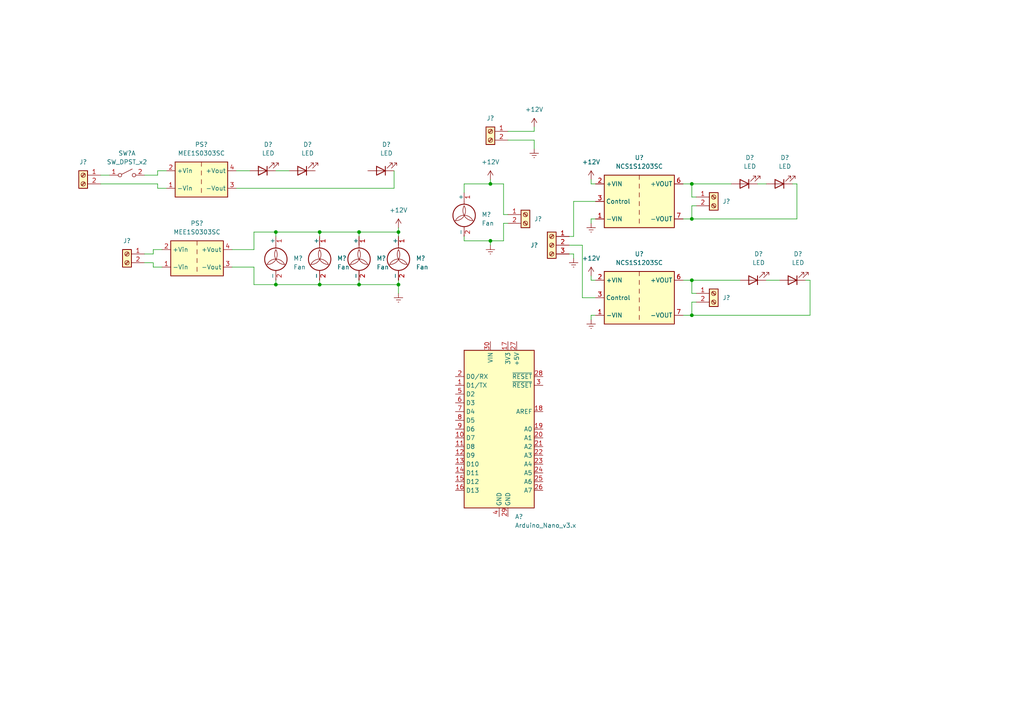
<source format=kicad_sch>
(kicad_sch (version 20211123) (generator eeschema)
  (paper "A4")
  (lib_symbols
    (symbol "Connector:Screw_Terminal_01x02" (pin_names (offset 1.016) hide)
      (property "Reference" "J" (at 0 2.54 0))
      (property "Value" "Screw_Terminal_01x02" (at 0 -5.08 0))
      (symbol "Screw_Terminal_01x02_1_1"
        (rectangle (start -1.27 1.27) (end 1.27 -3.81) (stroke (width 0.254)) (fill (type background)))
        (circle (center 0 -2.54) (radius 0.635) (stroke (width 0.1524)))
        (polyline (pts (xy -0.5334 -2.2098) (xy 0.3302 -3.048)) (stroke (width 0.1524)))
        (polyline (pts (xy -0.5334 0.3302) (xy 0.3302 -0.508)) (stroke (width 0.1524)))
        (polyline (pts (xy -0.3556 -2.032) (xy 0.508 -2.8702)) (stroke (width 0.1524)))
        (polyline (pts (xy -0.3556 0.508) (xy 0.508 -0.3302)) (stroke (width 0.1524)))
        (circle (center 0 0) (radius 0.635) (stroke (width 0.1524)))
        (pin passive line (at -5.08 0 0) (length 3.81) (name "Pin_1") (number "1"))
        (pin passive line (at -5.08 -2.54 0) (length 3.81) (name "Pin_2") (number "2"))
      )
    )
    (symbol "Connector:Screw_Terminal_01x03" (pin_names (offset 1.016) hide)
      (property "Reference" "J" (at 0 5.08 0))
      (property "Value" "Screw_Terminal_01x03" (at 0 -5.08 0))
      (symbol "Screw_Terminal_01x03_1_1"
        (rectangle (start -1.27 3.81) (end 1.27 -3.81) (stroke (width 0.254)) (fill (type background)))
        (circle (center 0 -2.54) (radius 0.635) (stroke (width 0.1524)))
        (polyline (pts (xy -0.5334 -2.2098) (xy 0.3302 -3.048)) (stroke (width 0.1524)))
        (polyline (pts (xy -0.5334 0.3302) (xy 0.3302 -0.508)) (stroke (width 0.1524)))
        (polyline (pts (xy -0.5334 2.8702) (xy 0.3302 2.032)) (stroke (width 0.1524)))
        (polyline (pts (xy -0.3556 -2.032) (xy 0.508 -2.8702)) (stroke (width 0.1524)))
        (polyline (pts (xy -0.3556 0.508) (xy 0.508 -0.3302)) (stroke (width 0.1524)))
        (polyline (pts (xy -0.3556 3.048) (xy 0.508 2.2098)) (stroke (width 0.1524)))
        (circle (center 0 0) (radius 0.635) (stroke (width 0.1524)))
        (circle (center 0 2.54) (radius 0.635) (stroke (width 0.1524)))
        (pin passive line (at -5.08 2.54 0) (length 3.81) (name "Pin_1") (number "1"))
        (pin passive line (at -5.08 0 0) (length 3.81) (name "Pin_2") (number "2"))
        (pin passive line (at -5.08 -2.54 0) (length 3.81) (name "Pin_3") (number "3"))
      )
    )
    (symbol "Converter_DCDC:MEE1S0303SC"
      (property "Reference" "PS" (at -7.62 6.35 0))
      (property "Value" "MEE1S0303SC" (at 1.27 6.35 0))
      (symbol "MEE1S0303SC_0_0"
        (pin power_in line (at -10.16 -2.54 0) (length 2.54) (name "-Vin") (number "1"))
        (pin power_in line (at -10.16 2.54 0) (length 2.54) (name "+Vin") (number "2"))
        (pin power_out line (at 10.16 -2.54 180) (length 2.54) (name "-Vout") (number "3"))
        (pin power_out line (at 10.16 2.54 180) (length 2.54) (name "+Vout") (number "4"))
      )
      (symbol "MEE1S0303SC_0_1"
        (rectangle (start -7.62 5.08) (end 7.62 -5.08) (stroke (width 0.254)) (fill (type background)))
        (polyline (pts (xy 0 -2.54) (xy 0 -3.81)))
        (polyline (pts (xy 0 0) (xy 0 -1.27)))
        (polyline (pts (xy 0 2.54) (xy 0 1.27)))
        (polyline (pts (xy 0 5.08) (xy 0 3.81)))
      )
    )
    (symbol "Converter_DCDC:NCS1S1203SC"
      (property "Reference" "U" (at -8.89 8.89 0))
      (property "Value" "NCS1S1203SC" (at 8.89 8.89 0))
      (symbol "NCS1S1203SC_0_1"
        (rectangle (start -10.16 7.62) (end 10.16 -7.62) (stroke (width 0.254)) (fill (type background)))
        (polyline (pts (xy 0 -5.08) (xy 0 -6.35)))
        (polyline (pts (xy 0 -2.54) (xy 0 -3.81)))
        (polyline (pts (xy 0 0) (xy 0 -1.27)))
        (polyline (pts (xy 0 2.54) (xy 0 1.27)))
        (polyline (pts (xy 0 5.08) (xy 0 3.81)))
        (polyline (pts (xy 0 7.62) (xy 0 6.35)))
      )
      (symbol "NCS1S1203SC_1_1"
        (pin power_in line (at -12.7 -5.08 0) (length 2.54) (name "-VIN") (number "1"))
        (pin power_in line (at -12.7 5.08 0) (length 2.54) (name "+VIN") (number "2"))
        (pin input line (at -12.7 0 0) (length 2.54) (name "Control") (number "3"))
        (pin power_out line (at 12.7 5.08 180) (length 2.54) (name "+VOUT") (number "6"))
        (pin power_out line (at 12.7 -5.08 180) (length 2.54) (name "-VOUT") (number "7"))
      )
    )
    (symbol "Device:LED" (pin_numbers hide) (pin_names (offset 1.016) hide)
      (property "Reference" "D" (at 0 2.54 0))
      (property "Value" "LED" (at 0 -2.54 0))
      (symbol "LED_0_1"
        (polyline (pts (xy -1.27 -1.27) (xy -1.27 1.27)) (stroke (width 0.254)))
        (polyline (pts (xy -1.27 0) (xy 1.27 0)))
        (polyline (pts (xy 1.27 -1.27) (xy 1.27 1.27) (xy -1.27 0) (xy 1.27 -1.27)) (stroke (width 0.254)))
        (polyline (pts (xy -3.048 -0.762) (xy -4.572 -2.286) (xy -3.81 -2.286) (xy -4.572 -2.286) (xy -4.572 -1.524)))
        (polyline (pts (xy -1.778 -0.762) (xy -3.302 -2.286) (xy -2.54 -2.286) (xy -3.302 -2.286) (xy -3.302 -1.524)))
      )
      (symbol "LED_1_1"
        (pin passive line (at -3.81 0 0) (length 2.54) (name "K") (number "1"))
        (pin passive line (at 3.81 0 180) (length 2.54) (name "A") (number "2"))
      )
    )
    (symbol "MCU_Module:Arduino_Nano_v3.x"
      (property "Reference" "A" (at -10.16 23.495 0))
      (property "Value" "Arduino_Nano_v3.x" (at 5.08 -24.13 0))
      (symbol "Arduino_Nano_v3.x_0_1"
        (rectangle (start -10.16 22.86) (end 10.16 -22.86) (stroke (width 0.254)) (fill (type background)))
      )
      (symbol "Arduino_Nano_v3.x_1_1"
        (pin bidirectional line (at -12.7 12.7 0) (length 2.54) (name "D1/TX") (number "1"))
        (pin bidirectional line (at -12.7 -2.54 0) (length 2.54) (name "D7") (number "10"))
        (pin bidirectional line (at -12.7 -5.08 0) (length 2.54) (name "D8") (number "11"))
        (pin bidirectional line (at -12.7 -7.62 0) (length 2.54) (name "D9") (number "12"))
        (pin bidirectional line (at -12.7 -10.16 0) (length 2.54) (name "D10") (number "13"))
        (pin bidirectional line (at -12.7 -12.7 0) (length 2.54) (name "D11") (number "14"))
        (pin bidirectional line (at -12.7 -15.24 0) (length 2.54) (name "D12") (number "15"))
        (pin bidirectional line (at -12.7 -17.78 0) (length 2.54) (name "D13") (number "16"))
        (pin power_out line (at 2.54 25.4 270) (length 2.54) (name "3V3") (number "17"))
        (pin input line (at 12.7 5.08 180) (length 2.54) (name "AREF") (number "18"))
        (pin bidirectional line (at 12.7 0 180) (length 2.54) (name "A0") (number "19"))
        (pin bidirectional line (at -12.7 15.24 0) (length 2.54) (name "D0/RX") (number "2"))
        (pin bidirectional line (at 12.7 -2.54 180) (length 2.54) (name "A1") (number "20"))
        (pin bidirectional line (at 12.7 -5.08 180) (length 2.54) (name "A2") (number "21"))
        (pin bidirectional line (at 12.7 -7.62 180) (length 2.54) (name "A3") (number "22"))
        (pin bidirectional line (at 12.7 -10.16 180) (length 2.54) (name "A4") (number "23"))
        (pin bidirectional line (at 12.7 -12.7 180) (length 2.54) (name "A5") (number "24"))
        (pin bidirectional line (at 12.7 -15.24 180) (length 2.54) (name "A6") (number "25"))
        (pin bidirectional line (at 12.7 -17.78 180) (length 2.54) (name "A7") (number "26"))
        (pin power_out line (at 5.08 25.4 270) (length 2.54) (name "+5V") (number "27"))
        (pin input line (at 12.7 15.24 180) (length 2.54) (name "~{RESET}") (number "28"))
        (pin power_in line (at 2.54 -25.4 90) (length 2.54) (name "GND") (number "29"))
        (pin input line (at 12.7 12.7 180) (length 2.54) (name "~{RESET}") (number "3"))
        (pin power_in line (at -2.54 25.4 270) (length 2.54) (name "VIN") (number "30"))
        (pin power_in line (at 0 -25.4 90) (length 2.54) (name "GND") (number "4"))
        (pin bidirectional line (at -12.7 10.16 0) (length 2.54) (name "D2") (number "5"))
        (pin bidirectional line (at -12.7 7.62 0) (length 2.54) (name "D3") (number "6"))
        (pin bidirectional line (at -12.7 5.08 0) (length 2.54) (name "D4") (number "7"))
        (pin bidirectional line (at -12.7 2.54 0) (length 2.54) (name "D5") (number "8"))
        (pin bidirectional line (at -12.7 0 0) (length 2.54) (name "D6") (number "9"))
      )
    )
    (symbol "Motor:Fan" (pin_names (offset 0))
      (property "Reference" "M" (at 2.54 5.08 0))
      (property "Value" "Fan" (at 2.54 -2.54 0))
      (symbol "Fan_0_1"
        (arc (start -2.54 -0.508) (mid -0.0014 0.9048) (end 0 3.81))
        (polyline (pts (xy 0 -5.08) (xy 0 -4.572)))
        (polyline (pts (xy 0 -2.2352) (xy 0 -2.6416)))
        (polyline (pts (xy 0 4.2672) (xy 0 4.6228)))
        (polyline (pts (xy 0 4.572) (xy 0 5.08)))
        (circle (center 0 1.016) (radius 3.2512) (stroke (width 0.254)))
        (arc (start 0 3.81) (mid 0.0468 0.9314) (end 2.54 -0.508))
        (arc (start 2.54 -0.508) (mid 0 1.0618) (end -2.54 -0.508))
      )
      (symbol "Fan_1_1"
        (pin passive line (at 0 7.62 270) (length 2.54) (name "+") (number "1"))
        (pin passive line (at 0 -5.08 90) (length 2.54) (name "-") (number "2"))
      )
    )
    (symbol "Switch:SW_DPST_x2" (pin_names (offset 0) hide)
      (property "Reference" "SW" (at 0 3.175 0))
      (property "Value" "SW_DPST_x2" (at 0 -2.54 0))
      (symbol "SW_DPST_x2_0_0"
        (circle (center -2.032 0) (radius 0.508))
        (polyline (pts (xy -1.524 0.254) (xy 1.524 1.778)))
        (circle (center 2.032 0) (radius 0.508))
      )
      (symbol "SW_DPST_x2_1_1"
        (pin passive line (at -5.08 0 0) (length 2.54) (name "A") (number "1"))
        (pin passive line (at 5.08 0 180) (length 2.54) (name "B") (number "2"))
      )
      (symbol "SW_DPST_x2_2_1"
        (pin passive line (at -5.08 0 0) (length 2.54) (name "A") (number "3"))
        (pin passive line (at 5.08 0 180) (length 2.54) (name "B") (number "4"))
      )
    )
    (symbol "power:+12V" (power) (pin_names (offset 0))
      (property "Value" "+12V" (at 0 3.556 0))
      (symbol "+12V_0_1"
        (polyline (pts (xy -0.762 1.27) (xy 0 2.54)))
        (polyline (pts (xy 0 0) (xy 0 2.54)))
        (polyline (pts (xy 0 2.54) (xy 0.762 1.27)))
      )
      (symbol "+12V_1_1"
        (pin power_in line (at 0 0 90) (length 0) hide (name "+12V") (number "1"))
      )
    )
    (symbol "power:Earth" (power) (pin_names (offset 0))
      (symbol "Earth_0_1"
        (polyline (pts (xy -0.635 -1.905) (xy 0.635 -1.905)))
        (polyline (pts (xy -0.127 -2.54) (xy 0.127 -2.54)))
        (polyline (pts (xy 0 -1.27) (xy 0 0)))
        (polyline (pts (xy 1.27 -1.27) (xy -1.27 -1.27)))
      )
      (symbol "Earth_1_1"
        (pin power_in line (at 0 0 270) (length 0) hide (name "Earth") (number "1"))
      )
    )
  )
  (junction (at 142.24 53.34))
  (junction (at 200.66 81.28))
  (junction (at 200.66 53.34))
  (junction (at 80.01 67.31))
  (junction (at 115.57 67.31))
  (junction (at 92.71 67.31))
  (junction (at 142.24 69.85))
  (junction (at 104.14 67.31))
  (junction (at 104.14 82.55))
  (junction (at 200.66 63.5))
  (junction (at 115.57 82.55))
  (junction (at 200.66 91.44))
  (junction (at 92.71 82.55))
  (junction (at 80.01 82.55))
  (wire (pts (xy 73.66 77.47) (xy 73.66 82.55)))
  (wire (pts (xy 165.1 73.66) (xy 166.37 73.66)))
  (wire (pts (xy 198.12 63.5) (xy 200.66 63.5)))
  (wire (pts (xy 134.62 69.85) (xy 142.24 69.85)))
  (wire (pts (xy 92.71 67.31) (xy 92.71 68.58)))
  (wire (pts (xy 147.32 62.23) (xy 146.05 62.23)))
  (wire (pts (xy 171.45 80.01) (xy 171.45 81.28)))
  (wire (pts (xy 46.99 72.39) (xy 44.45 72.39)))
  (wire (pts (xy 80.01 81.28) (xy 80.01 82.55)))
  (wire (pts (xy 172.72 81.28) (xy 171.45 81.28)))
  (wire (pts (xy 231.14 53.34) (xy 229.87 53.34)))
  (wire (pts (xy 104.14 67.31) (xy 115.57 67.31)))
  (wire (pts (xy 134.62 53.34) (xy 142.24 53.34)))
  (wire (pts (xy 142.24 69.85) (xy 146.05 69.85)))
  (wire (pts (xy 114.3 49.53) (xy 114.3 54.61)))
  (wire (pts (xy 45.72 54.61) (xy 48.26 54.61)))
  (wire (pts (xy 231.14 53.34) (xy 231.14 63.5)))
  (wire (pts (xy 201.93 87.63) (xy 200.66 87.63)))
  (wire (pts (xy 171.45 52.07) (xy 171.45 53.34)))
  (wire (pts (xy 154.94 36.83) (xy 154.94 38.1)))
  (wire (pts (xy 45.72 49.53) (xy 45.72 50.8)))
  (wire (pts (xy 171.45 63.5) (xy 171.45 64.77)))
  (wire (pts (xy 146.05 69.85) (xy 146.05 64.77)))
  (wire (pts (xy 115.57 67.31) (xy 115.57 68.58)))
  (wire (pts (xy 115.57 82.55) (xy 115.57 85.09)))
  (wire (pts (xy 154.94 40.64) (xy 154.94 43.18)))
  (wire (pts (xy 200.66 57.15) (xy 201.93 57.15)))
  (wire (pts (xy 171.45 63.5) (xy 172.72 63.5)))
  (wire (pts (xy 142.24 52.07) (xy 142.24 53.34)))
  (wire (pts (xy 147.32 40.64) (xy 154.94 40.64)))
  (wire (pts (xy 171.45 91.44) (xy 171.45 92.71)))
  (wire (pts (xy 166.37 58.42) (xy 172.72 58.42)))
  (wire (pts (xy 222.25 81.28) (xy 226.06 81.28)))
  (wire (pts (xy 200.66 81.28) (xy 200.66 85.09)))
  (wire (pts (xy 168.91 71.12) (xy 168.91 86.36)))
  (wire (pts (xy 44.45 73.66) (xy 41.91 73.66)))
  (wire (pts (xy 219.71 53.34) (xy 222.25 53.34)))
  (wire (pts (xy 147.32 64.77) (xy 146.05 64.77)))
  (wire (pts (xy 29.21 53.34) (xy 45.72 53.34)))
  (wire (pts (xy 200.66 81.28) (xy 214.63 81.28)))
  (wire (pts (xy 233.68 81.28) (xy 234.95 81.28)))
  (wire (pts (xy 115.57 66.04) (xy 115.57 67.31)))
  (wire (pts (xy 73.66 72.39) (xy 73.66 67.31)))
  (wire (pts (xy 41.91 76.2) (xy 44.45 76.2)))
  (wire (pts (xy 134.62 68.58) (xy 134.62 69.85)))
  (wire (pts (xy 198.12 91.44) (xy 200.66 91.44)))
  (wire (pts (xy 172.72 91.44) (xy 171.45 91.44)))
  (wire (pts (xy 198.12 53.34) (xy 200.66 53.34)))
  (wire (pts (xy 234.95 81.28) (xy 234.95 91.44)))
  (wire (pts (xy 80.01 67.31) (xy 92.71 67.31)))
  (wire (pts (xy 200.66 53.34) (xy 212.09 53.34)))
  (wire (pts (xy 41.91 50.8) (xy 45.72 50.8)))
  (wire (pts (xy 234.95 91.44) (xy 200.66 91.44)))
  (wire (pts (xy 44.45 77.47) (xy 46.99 77.47)))
  (wire (pts (xy 200.66 59.69) (xy 200.66 63.5)))
  (wire (pts (xy 168.91 86.36) (xy 172.72 86.36)))
  (wire (pts (xy 73.66 67.31) (xy 80.01 67.31)))
  (wire (pts (xy 29.21 50.8) (xy 31.75 50.8)))
  (wire (pts (xy 92.71 67.31) (xy 104.14 67.31)))
  (wire (pts (xy 104.14 82.55) (xy 115.57 82.55)))
  (wire (pts (xy 200.66 53.34) (xy 200.66 57.15)))
  (wire (pts (xy 68.58 49.53) (xy 72.39 49.53)))
  (wire (pts (xy 44.45 76.2) (xy 44.45 77.47)))
  (wire (pts (xy 73.66 82.55) (xy 80.01 82.55)))
  (wire (pts (xy 45.72 53.34) (xy 45.72 54.61)))
  (wire (pts (xy 171.45 53.34) (xy 172.72 53.34)))
  (wire (pts (xy 201.93 59.69) (xy 200.66 59.69)))
  (wire (pts (xy 80.01 82.55) (xy 92.71 82.55)))
  (wire (pts (xy 231.14 63.5) (xy 200.66 63.5)))
  (wire (pts (xy 80.01 67.31) (xy 80.01 68.58)))
  (wire (pts (xy 48.26 49.53) (xy 45.72 49.53)))
  (wire (pts (xy 142.24 69.85) (xy 142.24 71.12)))
  (wire (pts (xy 198.12 81.28) (xy 200.66 81.28)))
  (wire (pts (xy 115.57 82.55) (xy 115.57 81.28)))
  (wire (pts (xy 104.14 67.31) (xy 104.14 68.58)))
  (wire (pts (xy 165.1 68.58) (xy 166.37 68.58)))
  (wire (pts (xy 92.71 81.28) (xy 92.71 82.55)))
  (wire (pts (xy 92.71 82.55) (xy 104.14 82.55)))
  (wire (pts (xy 165.1 71.12) (xy 168.91 71.12)))
  (wire (pts (xy 146.05 53.34) (xy 146.05 62.23)))
  (wire (pts (xy 147.32 38.1) (xy 154.94 38.1)))
  (wire (pts (xy 166.37 68.58) (xy 166.37 58.42)))
  (wire (pts (xy 142.24 53.34) (xy 146.05 53.34)))
  (wire (pts (xy 200.66 87.63) (xy 200.66 91.44)))
  (wire (pts (xy 104.14 81.28) (xy 104.14 82.55)))
  (wire (pts (xy 200.66 85.09) (xy 201.93 85.09)))
  (wire (pts (xy 114.3 54.61) (xy 68.58 54.61)))
  (wire (pts (xy 166.37 73.66) (xy 166.37 74.93)))
  (wire (pts (xy 67.31 77.47) (xy 73.66 77.47)))
  (wire (pts (xy 44.45 72.39) (xy 44.45 73.66)))
  (wire (pts (xy 80.01 49.53) (xy 83.82 49.53)))
  (wire (pts (xy 67.31 72.39) (xy 73.66 72.39)))
  (wire (pts (xy 134.62 55.88) (xy 134.62 53.34)))
  (symbol (lib_id "Converter_DCDC:MEE1S0303SC") (at 58.42 52.07 0) (unit 1)
    (property "Reference" "PS?" (at 58.42 41.91 0))
    (property "Value" "MEE1S0303SC" (at 58.42 44.45 0))
    (property "Footprint" "Converter_DCDC:Converter_DCDC_Murata_MEE1SxxxxSC_THT" (effects hide))
    (property "Datasheet" "https://power.murata.com/pub/data/power/ncl/kdc_mee1.pdf" (effects hide))
  )
  (symbol (lib_id "Device:LED") (at 110.49 49.53 180) (unit 1)
    (property "Reference" "D?" (at 112.0775 41.91 0))
    (property "Value" "LED" (at 112.0775 44.45 0))
  )
  (symbol (lib_id "power:Earth") (at 142.24 71.12 0) (unit 1)
    (property "Reference" "#PWR?" (effects hide))
    (property "Value" "Earth" (effects hide))
  )
  (symbol (lib_id "Motor:Fan") (at 134.62 63.5 0) (unit 1)
    (property "Reference" "M?" (at 139.7 62.2299 0) (effects (justify left)))
    (property "Value" "Fan" (at 139.7 64.7699 0) (effects (justify left)))
  )
  (symbol (lib_id "Connector:Screw_Terminal_01x02") (at 142.24 38.1 0) (mirror y) (unit 1)
    (property "Reference" "J?" (at 142.24 34.29 0))
    (property "Value" "Screw_Terminal_01x02" (effects hide))
  )
  (symbol (lib_id "Connector:Screw_Terminal_01x03") (at 160.02 71.12 0) (mirror y) (unit 1)
    (property "Reference" "J?" (at 154.94 71.12 0))
    (property "Value" "Screw_Terminal_01x03" (effects hide))
  )
  (symbol (lib_id "power:+12V") (at 171.45 80.01 0) (unit 1)
    (property "Reference" "#PWR?" (effects hide))
    (property "Value" "+12V" (at 171.45 74.93 0))
  )
  (symbol (lib_id "Connector:Screw_Terminal_01x02") (at 36.83 73.66 0) (mirror y) (unit 1)
    (property "Reference" "J?" (at 36.83 69.85 0))
    (property "Value" "Screw_Terminal_01x02" (effects hide))
  )
  (symbol (lib_id "power:+12V") (at 154.94 36.83 0) (unit 1)
    (property "Reference" "#PWR?" (effects hide))
    (property "Value" "+12V" (at 154.94 31.75 0))
  )
  (symbol (lib_id "MCU_Module:Arduino_Nano_v3.x") (at 144.78 124.46 0) (unit 1)
    (property "Reference" "A?" (at 149.3394 149.86 0) (effects (justify left)))
    (property "Value" "Arduino_Nano_v3.x" (at 149.3394 152.4 0) (effects (justify left)))
    (property "Footprint" "Module:Arduino_Nano" (effects hide))
    (property "Datasheet" "http://www.mouser.com/pdfdocs/Gravitech_Arduino_Nano3_0.pdf" (effects hide))
  )
  (symbol (lib_id "Device:LED") (at 218.44 81.28 180) (unit 1)
    (property "Reference" "D?" (at 220.0275 73.66 0))
    (property "Value" "LED" (at 220.0275 76.2 0))
  )
  (symbol (lib_id "Motor:Fan") (at 115.57 76.2 0) (unit 1)
    (property "Reference" "M?" (at 120.65 74.9299 0) (effects (justify left)))
    (property "Value" "Fan" (at 120.65 77.4699 0) (effects (justify left)))
  )
  (symbol (lib_id "Converter_DCDC:NCS1S1203SC") (at 185.42 86.36 0) (unit 1)
    (property "Reference" "U?" (at 185.42 73.66 0))
    (property "Value" "NCS1S1203SC" (at 185.42 76.2 0))
    (property "Footprint" "Converter_DCDC:Converter_DCDC_Murata_NCS1SxxxxSC_THT" (effects hide))
    (property "Datasheet" "https://power.murata.com/data/power/ncl/kdc_ncs1.pdf" (effects hide))
  )
  (symbol (lib_id "power:+12V") (at 171.45 52.07 0) (unit 1)
    (property "Reference" "#PWR?" (effects hide))
    (property "Value" "+12V" (at 171.45 46.99 0))
  )
  (symbol (lib_id "Device:LED") (at 215.9 53.34 180) (unit 1)
    (property "Reference" "D?" (at 217.4875 45.72 0))
    (property "Value" "LED" (at 217.4875 48.26 0))
  )
  (symbol (lib_id "Connector:Screw_Terminal_01x02") (at 152.4 62.23 0) (unit 1)
    (property "Reference" "J?" (at 154.94 63.4999 0) (effects (justify left)))
    (property "Value" "Screw_Terminal_01x02" (effects hide))
  )
  (symbol (lib_id "Motor:Fan") (at 92.71 76.2 0) (unit 1)
    (property "Reference" "M?" (at 97.79 74.9299 0) (effects (justify left)))
    (property "Value" "Fan" (at 97.79 77.4699 0) (effects (justify left)))
  )
  (symbol (lib_id "power:Earth") (at 115.57 85.09 0) (unit 1)
    (property "Reference" "#PWR?" (effects hide))
    (property "Value" "Earth" (effects hide))
  )
  (symbol (lib_id "Motor:Fan") (at 80.01 76.2 0) (unit 1)
    (property "Reference" "M?" (at 85.09 74.9299 0) (effects (justify left)))
    (property "Value" "Fan" (at 85.09 77.4699 0) (effects (justify left)))
  )
  (symbol (lib_id "Device:LED") (at 226.06 53.34 180) (unit 1)
    (property "Reference" "D?" (at 227.6475 45.72 0))
    (property "Value" "LED" (at 227.6475 48.26 0))
  )
  (symbol (lib_id "power:Earth") (at 171.45 92.71 0) (unit 1)
    (property "Reference" "#PWR?" (effects hide))
    (property "Value" "Earth" (effects hide))
  )
  (symbol (lib_id "power:+12V") (at 142.24 52.07 0) (unit 1)
    (property "Reference" "#PWR?" (effects hide))
    (property "Value" "+12V" (at 142.24 46.99 0))
  )
  (symbol (lib_id "Converter_DCDC:NCS1S1203SC") (at 185.42 58.42 0) (unit 1)
    (property "Reference" "U?" (at 185.42 45.72 0))
    (property "Value" "NCS1S1203SC" (at 185.42 48.26 0))
    (property "Footprint" "Converter_DCDC:Converter_DCDC_Murata_NCS1SxxxxSC_THT" (effects hide))
    (property "Datasheet" "https://power.murata.com/data/power/ncl/kdc_ncs1.pdf" (effects hide))
  )
  (symbol (lib_id "Motor:Fan") (at 104.14 76.2 0) (unit 1)
    (property "Reference" "M?" (at 109.22 74.9299 0) (effects (justify left)))
    (property "Value" "Fan" (at 109.22 77.4699 0) (effects (justify left)))
  )
  (symbol (lib_id "power:+12V") (at 115.57 66.04 0) (unit 1)
    (property "Reference" "#PWR?" (effects hide))
    (property "Value" "+12V" (at 115.57 60.96 0))
  )
  (symbol (lib_id "Converter_DCDC:MEE1S0303SC") (at 57.15 74.93 0) (unit 1)
    (property "Reference" "PS?" (at 57.15 64.77 0))
    (property "Value" "MEE1S0303SC" (at 57.15 67.31 0))
    (property "Footprint" "Converter_DCDC:Converter_DCDC_Murata_MEE1SxxxxSC_THT" (effects hide))
    (property "Datasheet" "https://power.murata.com/pub/data/power/ncl/kdc_mee1.pdf" (effects hide))
  )
  (symbol (lib_id "Switch:SW_DPST_x2") (at 36.83 50.8 0) (unit 1)
    (property "Reference" "SW?" (at 36.83 44.45 0))
    (property "Value" "SW_DPST_x2" (at 36.83 46.99 0))
  )
  (symbol (lib_id "Device:LED") (at 87.63 49.53 180) (unit 1)
    (property "Reference" "D?" (at 89.2175 41.91 0))
    (property "Value" "LED" (at 89.2175 44.45 0))
  )
  (symbol (lib_id "power:Earth") (at 171.45 64.77 0) (unit 1)
    (property "Reference" "#PWR?" (effects hide))
    (property "Value" "Earth" (effects hide))
  )
  (symbol (lib_id "power:Earth") (at 154.94 43.18 0) (unit 1)
    (property "Reference" "#PWR?" (effects hide))
    (property "Value" "Earth" (effects hide))
  )
  (symbol (lib_id "Device:LED") (at 229.87 81.28 180) (unit 1)
    (property "Reference" "D?" (at 231.4575 73.66 0))
    (property "Value" "LED" (at 231.4575 76.2 0))
  )
  (symbol (lib_id "power:Earth") (at 166.37 74.93 0) (unit 1)
    (property "Reference" "#PWR?" (effects hide))
    (property "Value" "Earth" (effects hide))
  )
  (symbol (lib_id "Connector:Screw_Terminal_01x02") (at 24.13 50.8 0) (mirror y) (unit 1)
    (property "Reference" "J?" (at 24.13 46.99 0))
    (property "Value" "Screw_Terminal_01x02" (effects hide))
  )
  (symbol (lib_id "Connector:Screw_Terminal_01x02") (at 207.01 57.15 0) (unit 1)
    (property "Reference" "J?" (at 209.55 58.4199 0) (effects (justify left)))
    (property "Value" "Screw_Terminal_01x02" (effects hide))
  )
  (symbol (lib_id "Device:LED") (at 76.2 49.53 180) (unit 1)
    (property "Reference" "D?" (at 77.7875 41.91 0))
    (property "Value" "LED" (at 77.7875 44.45 0))
  )
  (symbol (lib_id "Connector:Screw_Terminal_01x02") (at 207.01 85.09 0) (unit 1)
    (property "Reference" "J?" (at 209.55 86.3599 0) (effects (justify left)))
    (property "Value" "Screw_Terminal_01x02" (effects hide))
  )
)
</source>
